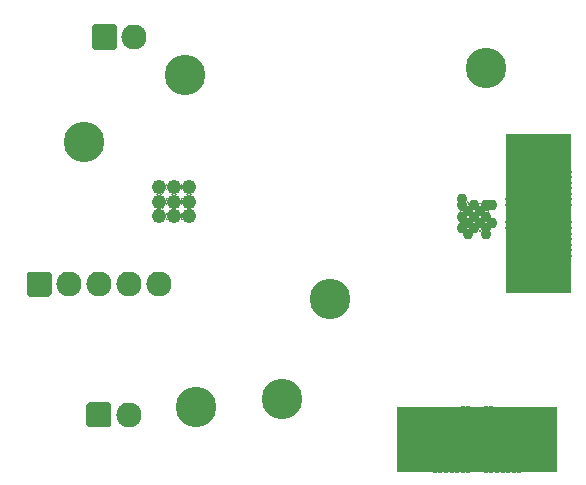
<source format=gbr>
%TF.GenerationSoftware,KiCad,Pcbnew,(5.1.8)-1*%
%TF.CreationDate,2021-01-16T00:41:07+01:00*%
%TF.ProjectId,Microwave_LO_Generator,4d696372-6f77-4617-9665-5f4c4f5f4765,rev?*%
%TF.SameCoordinates,Original*%
%TF.FileFunction,Soldermask,Bot*%
%TF.FilePolarity,Negative*%
%FSLAX46Y46*%
G04 Gerber Fmt 4.6, Leading zero omitted, Abs format (unit mm)*
G04 Created by KiCad (PCBNEW (5.1.8)-1) date 2021-01-16 00:41:07*
%MOMM*%
%LPD*%
G01*
G04 APERTURE LIST*
%ADD10C,0.100000*%
%ADD11C,1.030000*%
%ADD12C,2.630000*%
%ADD13O,2.130000X2.130000*%
%ADD14C,3.430000*%
%ADD15C,1.230000*%
%ADD16C,0.930000*%
G04 APERTURE END LIST*
D10*
%TO.C,J5*%
G36*
X141900000Y-93210002D02*
G01*
X141900000Y-106710002D01*
X136400000Y-106710002D01*
X136400000Y-93210002D01*
X141900000Y-93210002D01*
G37*
%TO.C,J4*%
G36*
X140734999Y-121805001D02*
G01*
X127234999Y-121805001D01*
X127234999Y-116305001D01*
X140734999Y-116305001D01*
X140734999Y-121805001D01*
G37*
%TO.C,J5*%
G36*
X141900000Y-93210002D02*
G01*
X141900000Y-106710002D01*
X136400000Y-106710002D01*
X136400000Y-93210002D01*
X141900000Y-93210002D01*
G37*
%TO.C,J4*%
G36*
X140734999Y-121805001D02*
G01*
X127234999Y-121805001D01*
X127234999Y-116305001D01*
X140734999Y-116305001D01*
X140734999Y-121805001D01*
G37*
%TD*%
D11*
%TO.C,J5*%
X136840000Y-98745002D03*
X136840000Y-99215002D03*
X137310000Y-98745002D03*
X137310000Y-99215002D03*
X137780000Y-98745002D03*
X137780000Y-99215002D03*
X138250000Y-98745002D03*
X138250000Y-99215002D03*
X138720000Y-98745002D03*
X138720000Y-99215002D03*
X139190000Y-98745002D03*
X139190000Y-99215002D03*
X139660000Y-98275002D03*
X139660000Y-98745002D03*
X139660000Y-99215002D03*
X140130000Y-97805002D03*
X140130000Y-98275002D03*
X140130000Y-98745002D03*
X140130000Y-99215002D03*
X140600000Y-97335002D03*
X140600000Y-97805002D03*
X140600000Y-98275002D03*
X140600000Y-98745002D03*
X140600000Y-99215002D03*
X141070000Y-96865002D03*
X141070000Y-97335002D03*
X141070000Y-97805002D03*
X141070000Y-98275002D03*
X141070000Y-98745002D03*
X141070000Y-99215002D03*
X141540000Y-99215002D03*
X141540000Y-98745002D03*
X141540000Y-98275002D03*
X141540000Y-97805002D03*
X141540000Y-97335002D03*
X141540000Y-96865002D03*
X136840000Y-100710002D03*
X136840000Y-101180002D03*
X137310000Y-100710002D03*
X137310000Y-101180002D03*
X137780000Y-100710002D03*
X137780000Y-101180002D03*
X138250000Y-100710002D03*
X138250000Y-101180002D03*
X138720000Y-100710002D03*
X138720000Y-101180002D03*
X139190000Y-100710002D03*
X139190000Y-101180002D03*
X139660000Y-100710002D03*
X139660000Y-101180002D03*
X139660000Y-101650002D03*
X140130000Y-100710002D03*
X140130000Y-101180002D03*
X140130000Y-101650002D03*
X140130000Y-102120002D03*
X140600000Y-100710002D03*
X140600000Y-101180002D03*
X140600000Y-101650002D03*
X140600000Y-102120002D03*
X140600000Y-102590002D03*
X141070000Y-100710002D03*
X141070000Y-101180002D03*
X141070000Y-101650002D03*
X141070000Y-102120002D03*
X141070000Y-102590002D03*
X141070000Y-103060002D03*
X141540000Y-100710002D03*
X141540000Y-101180002D03*
X141540000Y-101650002D03*
X141540000Y-102120002D03*
X141540000Y-102590002D03*
X141540000Y-103060002D03*
X141540000Y-103530002D03*
X141540000Y-96395002D03*
D12*
X139360000Y-95205002D03*
X139360000Y-104720002D03*
%TD*%
D11*
%TO.C,J4*%
X135199999Y-116745001D03*
X134729999Y-116745001D03*
X135199999Y-117215001D03*
X134729999Y-117215001D03*
X135199999Y-117685001D03*
X134729999Y-117685001D03*
X135199999Y-118155001D03*
X134729999Y-118155001D03*
X135199999Y-118625001D03*
X134729999Y-118625001D03*
X135199999Y-119095001D03*
X134729999Y-119095001D03*
X135669999Y-119565001D03*
X135199999Y-119565001D03*
X134729999Y-119565001D03*
X136139999Y-120035001D03*
X135669999Y-120035001D03*
X135199999Y-120035001D03*
X134729999Y-120035001D03*
X136609999Y-120505001D03*
X136139999Y-120505001D03*
X135669999Y-120505001D03*
X135199999Y-120505001D03*
X134729999Y-120505001D03*
X137079999Y-120975001D03*
X136609999Y-120975001D03*
X136139999Y-120975001D03*
X135669999Y-120975001D03*
X135199999Y-120975001D03*
X134729999Y-120975001D03*
X134729999Y-121445001D03*
X135199999Y-121445001D03*
X135669999Y-121445001D03*
X136139999Y-121445001D03*
X136609999Y-121445001D03*
X137079999Y-121445001D03*
X133234999Y-116745001D03*
X132764999Y-116745001D03*
X133234999Y-117215001D03*
X132764999Y-117215001D03*
X133234999Y-117685001D03*
X132764999Y-117685001D03*
X133234999Y-118155001D03*
X132764999Y-118155001D03*
X133234999Y-118625001D03*
X132764999Y-118625001D03*
X133234999Y-119095001D03*
X132764999Y-119095001D03*
X133234999Y-119565001D03*
X132764999Y-119565001D03*
X132294999Y-119565001D03*
X133234999Y-120035001D03*
X132764999Y-120035001D03*
X132294999Y-120035001D03*
X131824999Y-120035001D03*
X133234999Y-120505001D03*
X132764999Y-120505001D03*
X132294999Y-120505001D03*
X131824999Y-120505001D03*
X131354999Y-120505001D03*
X133234999Y-120975001D03*
X132764999Y-120975001D03*
X132294999Y-120975001D03*
X131824999Y-120975001D03*
X131354999Y-120975001D03*
X130884999Y-120975001D03*
X133234999Y-121445001D03*
X132764999Y-121445001D03*
X132294999Y-121445001D03*
X131824999Y-121445001D03*
X131354999Y-121445001D03*
X130884999Y-121445001D03*
X130414999Y-121445001D03*
X137549999Y-121445001D03*
D12*
X138739999Y-119265001D03*
X129224999Y-119265001D03*
%TD*%
D13*
%TO.C,J3*%
X104978200Y-85005600D03*
G36*
G01*
X103288200Y-86070600D02*
X101588200Y-86070600D01*
G75*
G02*
X101373200Y-85855600I0J215000D01*
G01*
X101373200Y-84155600D01*
G75*
G02*
X101588200Y-83940600I215000J0D01*
G01*
X103288200Y-83940600D01*
G75*
G02*
X103503200Y-84155600I0J-215000D01*
G01*
X103503200Y-85855600D01*
G75*
G02*
X103288200Y-86070600I-215000J0D01*
G01*
G37*
%TD*%
%TO.C,J2*%
X104500000Y-116995000D03*
G36*
G01*
X102810000Y-118060000D02*
X101110000Y-118060000D01*
G75*
G02*
X100895000Y-117845000I0J215000D01*
G01*
X100895000Y-116145000D01*
G75*
G02*
X101110000Y-115930000I215000J0D01*
G01*
X102810000Y-115930000D01*
G75*
G02*
X103025000Y-116145000I0J-215000D01*
G01*
X103025000Y-117845000D01*
G75*
G02*
X102810000Y-118060000I-215000J0D01*
G01*
G37*
%TD*%
%TO.C,J1*%
X107065000Y-105930000D03*
X104525000Y-105930000D03*
X101985000Y-105930000D03*
X99445000Y-105930000D03*
G36*
G01*
X97755000Y-106995000D02*
X96055000Y-106995000D01*
G75*
G02*
X95840000Y-106780000I0J215000D01*
G01*
X95840000Y-105080000D01*
G75*
G02*
X96055000Y-104865000I215000J0D01*
G01*
X97755000Y-104865000D01*
G75*
G02*
X97970000Y-105080000I0J-215000D01*
G01*
X97970000Y-106780000D01*
G75*
G02*
X97755000Y-106995000I-215000J0D01*
G01*
G37*
%TD*%
D14*
%TO.C,TP1*%
X100736400Y-93935200D03*
%TD*%
%TO.C,TP3*%
X110180120Y-116363400D03*
%TD*%
%TO.C,TP4*%
X134710000Y-87665000D03*
%TD*%
%TO.C,TP5*%
X121574560Y-107199080D03*
%TD*%
%TO.C,TP6*%
X109235000Y-88215000D03*
%TD*%
D15*
%TO.C,U1*%
X108335000Y-98945000D03*
X108335000Y-100195000D03*
X109585000Y-98945000D03*
X108335000Y-97695000D03*
X107085000Y-98945000D03*
X107085000Y-100195000D03*
X107085000Y-97695000D03*
X109585000Y-97695000D03*
X109585000Y-100195000D03*
%TD*%
D16*
%TO.C,U6*%
X132735000Y-98715000D03*
X132735000Y-99215000D03*
X133735000Y-99215000D03*
X135235000Y-99215000D03*
X134735000Y-99215000D03*
X133235000Y-99715000D03*
X134235000Y-99715000D03*
X134735000Y-100215000D03*
X133735000Y-100215000D03*
X132735000Y-100215000D03*
X133235000Y-100715000D03*
X134235000Y-100715000D03*
X135235000Y-100715000D03*
X134735000Y-101215000D03*
X133735000Y-101215000D03*
X132735000Y-101215000D03*
X133235000Y-101715000D03*
X134735000Y-101715000D03*
%TD*%
D14*
%TO.C,TP2*%
X117510000Y-115630001D03*
%TD*%
D10*
G36*
X134273971Y-101176761D02*
G01*
X134274239Y-101177761D01*
X134274239Y-101260379D01*
X134291947Y-101349400D01*
X134326680Y-101433252D01*
X134347150Y-101463889D01*
X134347150Y-101466111D01*
X134326680Y-101496748D01*
X134291947Y-101580600D01*
X134290817Y-101586280D01*
X134289498Y-101587784D01*
X134287536Y-101587394D01*
X134286865Y-101585694D01*
X134288394Y-101570176D01*
X134286368Y-101549599D01*
X134280363Y-101529806D01*
X134270615Y-101511568D01*
X134257497Y-101495583D01*
X134241512Y-101482464D01*
X134223274Y-101472716D01*
X134203482Y-101466712D01*
X134182905Y-101464685D01*
X134162328Y-101466711D01*
X134142535Y-101472716D01*
X134124297Y-101482464D01*
X134108312Y-101495582D01*
X134098413Y-101507644D01*
X134096541Y-101508348D01*
X134094995Y-101507079D01*
X134095204Y-101505264D01*
X134143320Y-101433252D01*
X134178053Y-101349400D01*
X134195761Y-101260379D01*
X134195761Y-101177761D01*
X134196761Y-101176029D01*
X134197761Y-101175761D01*
X134272239Y-101175761D01*
X134273971Y-101176761D01*
G37*
G36*
X132518739Y-100624145D02*
G01*
X132600600Y-100658053D01*
X132689621Y-100675761D01*
X132772239Y-100675761D01*
X132773971Y-100676761D01*
X132774239Y-100677761D01*
X132774239Y-100752239D01*
X132773239Y-100753971D01*
X132772239Y-100754239D01*
X132689621Y-100754239D01*
X132600600Y-100771947D01*
X132518739Y-100805855D01*
X132516756Y-100805594D01*
X132515991Y-100803746D01*
X132516705Y-100802461D01*
X132532386Y-100789593D01*
X132545505Y-100773608D01*
X132555253Y-100755370D01*
X132561257Y-100735578D01*
X132563284Y-100715001D01*
X132561258Y-100694424D01*
X132555253Y-100674631D01*
X132545505Y-100656393D01*
X132532387Y-100640408D01*
X132516705Y-100627539D01*
X132516001Y-100625667D01*
X132517269Y-100624121D01*
X132518739Y-100624145D01*
G37*
G36*
X107625515Y-99898714D02*
G01*
X107635408Y-99910769D01*
X107651393Y-99923888D01*
X107669631Y-99933636D01*
X107689423Y-99939640D01*
X107710000Y-99941667D01*
X107730577Y-99939640D01*
X107750369Y-99933636D01*
X107768607Y-99923888D01*
X107784592Y-99910769D01*
X107794485Y-99898714D01*
X107796357Y-99898010D01*
X107797903Y-99899278D01*
X107797694Y-99901094D01*
X107794391Y-99906038D01*
X107748406Y-100017057D01*
X107724961Y-100134918D01*
X107724961Y-100255082D01*
X107748406Y-100372943D01*
X107794391Y-100483962D01*
X107797694Y-100488906D01*
X107797825Y-100490902D01*
X107796162Y-100492013D01*
X107794485Y-100491286D01*
X107784592Y-100479231D01*
X107768607Y-100466112D01*
X107750369Y-100456364D01*
X107730577Y-100450360D01*
X107710000Y-100448333D01*
X107689423Y-100450360D01*
X107669631Y-100456364D01*
X107651393Y-100466112D01*
X107635408Y-100479231D01*
X107625515Y-100491286D01*
X107623643Y-100491990D01*
X107622097Y-100490722D01*
X107622306Y-100488906D01*
X107625609Y-100483962D01*
X107671594Y-100372943D01*
X107695039Y-100255082D01*
X107695039Y-100134918D01*
X107671594Y-100017057D01*
X107625609Y-99906038D01*
X107622306Y-99901094D01*
X107622175Y-99899098D01*
X107623838Y-99897987D01*
X107625515Y-99898714D01*
G37*
G36*
X108875515Y-99898714D02*
G01*
X108885408Y-99910769D01*
X108901393Y-99923888D01*
X108919631Y-99933636D01*
X108939423Y-99939640D01*
X108960000Y-99941667D01*
X108980577Y-99939640D01*
X109000369Y-99933636D01*
X109018607Y-99923888D01*
X109034592Y-99910769D01*
X109044485Y-99898714D01*
X109046357Y-99898010D01*
X109047903Y-99899278D01*
X109047694Y-99901094D01*
X109044391Y-99906038D01*
X108998406Y-100017057D01*
X108974961Y-100134918D01*
X108974961Y-100255082D01*
X108998406Y-100372943D01*
X109044391Y-100483962D01*
X109047694Y-100488906D01*
X109047825Y-100490902D01*
X109046162Y-100492013D01*
X109044485Y-100491286D01*
X109034592Y-100479231D01*
X109018607Y-100466112D01*
X109000369Y-100456364D01*
X108980577Y-100450360D01*
X108960000Y-100448333D01*
X108939423Y-100450360D01*
X108919631Y-100456364D01*
X108901393Y-100466112D01*
X108885408Y-100479231D01*
X108875515Y-100491286D01*
X108873643Y-100491990D01*
X108872097Y-100490722D01*
X108872306Y-100488906D01*
X108875609Y-100483962D01*
X108921594Y-100372943D01*
X108945039Y-100255082D01*
X108945039Y-100134918D01*
X108921594Y-100017057D01*
X108875609Y-99906038D01*
X108872306Y-99901094D01*
X108872175Y-99899098D01*
X108873838Y-99897987D01*
X108875515Y-99898714D01*
G37*
G36*
X135016748Y-99623320D02*
G01*
X135100600Y-99658053D01*
X135106280Y-99659183D01*
X135107784Y-99660502D01*
X135107394Y-99662464D01*
X135105694Y-99663135D01*
X135090176Y-99661606D01*
X135069599Y-99663632D01*
X135049806Y-99669637D01*
X135031568Y-99679385D01*
X135015583Y-99692503D01*
X135002464Y-99708488D01*
X134992716Y-99726726D01*
X134986712Y-99746518D01*
X134984685Y-99767095D01*
X134986711Y-99787672D01*
X134992716Y-99807465D01*
X135002464Y-99825703D01*
X135015582Y-99841688D01*
X135027644Y-99851587D01*
X135028348Y-99853459D01*
X135027079Y-99855005D01*
X135025264Y-99854796D01*
X134953252Y-99806680D01*
X134869400Y-99771947D01*
X134780379Y-99754239D01*
X134697761Y-99754239D01*
X134696029Y-99753239D01*
X134695761Y-99752239D01*
X134695761Y-99677761D01*
X134696761Y-99676029D01*
X134697761Y-99675761D01*
X134780379Y-99675761D01*
X134869400Y-99658053D01*
X134953252Y-99623320D01*
X134983889Y-99602850D01*
X134986111Y-99602850D01*
X135016748Y-99623320D01*
G37*
G36*
X132518739Y-99624145D02*
G01*
X132600600Y-99658053D01*
X132689621Y-99675761D01*
X132772239Y-99675761D01*
X132773971Y-99676761D01*
X132774239Y-99677761D01*
X132774239Y-99752239D01*
X132773239Y-99753971D01*
X132772239Y-99754239D01*
X132689621Y-99754239D01*
X132600600Y-99771947D01*
X132518739Y-99805855D01*
X132516756Y-99805594D01*
X132515991Y-99803746D01*
X132516705Y-99802461D01*
X132532386Y-99789593D01*
X132545505Y-99773608D01*
X132555253Y-99755370D01*
X132561257Y-99735578D01*
X132563284Y-99715001D01*
X132561258Y-99694424D01*
X132555253Y-99674631D01*
X132545505Y-99656393D01*
X132532387Y-99640408D01*
X132516705Y-99627539D01*
X132516001Y-99625667D01*
X132517269Y-99624121D01*
X132518739Y-99624145D01*
G37*
G36*
X108041094Y-99482306D02*
G01*
X108046038Y-99485609D01*
X108157057Y-99531594D01*
X108274918Y-99555039D01*
X108395082Y-99555039D01*
X108512943Y-99531594D01*
X108623962Y-99485609D01*
X108628906Y-99482306D01*
X108630902Y-99482175D01*
X108632013Y-99483838D01*
X108631286Y-99485515D01*
X108619231Y-99495408D01*
X108606112Y-99511393D01*
X108596364Y-99529631D01*
X108590360Y-99549423D01*
X108588333Y-99570000D01*
X108590360Y-99590577D01*
X108596364Y-99610369D01*
X108606112Y-99628607D01*
X108619231Y-99644592D01*
X108631286Y-99654485D01*
X108631990Y-99656357D01*
X108630722Y-99657903D01*
X108628906Y-99657694D01*
X108623962Y-99654391D01*
X108512943Y-99608406D01*
X108395082Y-99584961D01*
X108274918Y-99584961D01*
X108157057Y-99608406D01*
X108046038Y-99654391D01*
X108041094Y-99657694D01*
X108039098Y-99657825D01*
X108037987Y-99656162D01*
X108038714Y-99654485D01*
X108050769Y-99644592D01*
X108063888Y-99628607D01*
X108073636Y-99610369D01*
X108079640Y-99590577D01*
X108081667Y-99570000D01*
X108079640Y-99549423D01*
X108073636Y-99529631D01*
X108063888Y-99511393D01*
X108050769Y-99495408D01*
X108038714Y-99485515D01*
X108038010Y-99483643D01*
X108039278Y-99482097D01*
X108041094Y-99482306D01*
G37*
G36*
X106791094Y-99482306D02*
G01*
X106796038Y-99485609D01*
X106907057Y-99531594D01*
X107024918Y-99555039D01*
X107145082Y-99555039D01*
X107262943Y-99531594D01*
X107373962Y-99485609D01*
X107378906Y-99482306D01*
X107380902Y-99482175D01*
X107382013Y-99483838D01*
X107381286Y-99485515D01*
X107369231Y-99495408D01*
X107356112Y-99511393D01*
X107346364Y-99529631D01*
X107340360Y-99549423D01*
X107338333Y-99570000D01*
X107340360Y-99590577D01*
X107346364Y-99610369D01*
X107356112Y-99628607D01*
X107369231Y-99644592D01*
X107381286Y-99654485D01*
X107381990Y-99656357D01*
X107380722Y-99657903D01*
X107378906Y-99657694D01*
X107373962Y-99654391D01*
X107262943Y-99608406D01*
X107145082Y-99584961D01*
X107024918Y-99584961D01*
X106907057Y-99608406D01*
X106796038Y-99654391D01*
X106791094Y-99657694D01*
X106789098Y-99657825D01*
X106787987Y-99656162D01*
X106788714Y-99654485D01*
X106800769Y-99644592D01*
X106813888Y-99628607D01*
X106823636Y-99610369D01*
X106829640Y-99590577D01*
X106831667Y-99570000D01*
X106829640Y-99549423D01*
X106823636Y-99529631D01*
X106813888Y-99511393D01*
X106800769Y-99495408D01*
X106788714Y-99485515D01*
X106788010Y-99483643D01*
X106789278Y-99482097D01*
X106791094Y-99482306D01*
G37*
G36*
X109291094Y-99482306D02*
G01*
X109296038Y-99485609D01*
X109407057Y-99531594D01*
X109524918Y-99555039D01*
X109645082Y-99555039D01*
X109762943Y-99531594D01*
X109873962Y-99485609D01*
X109878906Y-99482306D01*
X109880902Y-99482175D01*
X109882013Y-99483838D01*
X109881286Y-99485515D01*
X109869231Y-99495408D01*
X109856112Y-99511393D01*
X109846364Y-99529631D01*
X109840360Y-99549423D01*
X109838333Y-99570000D01*
X109840360Y-99590577D01*
X109846364Y-99610369D01*
X109856112Y-99628607D01*
X109869231Y-99644592D01*
X109881286Y-99654485D01*
X109881990Y-99656357D01*
X109880722Y-99657903D01*
X109878906Y-99657694D01*
X109873962Y-99654391D01*
X109762943Y-99608406D01*
X109645082Y-99584961D01*
X109524918Y-99584961D01*
X109407057Y-99608406D01*
X109296038Y-99654391D01*
X109291094Y-99657694D01*
X109289098Y-99657825D01*
X109287987Y-99656162D01*
X109288714Y-99654485D01*
X109300769Y-99644592D01*
X109313888Y-99628607D01*
X109323636Y-99610369D01*
X109329640Y-99590577D01*
X109331667Y-99570000D01*
X109329640Y-99549423D01*
X109323636Y-99529631D01*
X109313888Y-99511393D01*
X109300769Y-99495408D01*
X109288714Y-99485515D01*
X109288010Y-99483643D01*
X109289278Y-99482097D01*
X109291094Y-99482306D01*
G37*
G36*
X134147539Y-98996705D02*
G01*
X134160407Y-99012386D01*
X134176392Y-99025505D01*
X134194630Y-99035253D01*
X134214422Y-99041257D01*
X134234999Y-99043284D01*
X134255576Y-99041258D01*
X134275369Y-99035253D01*
X134293607Y-99025505D01*
X134309592Y-99012387D01*
X134322461Y-98996705D01*
X134324333Y-98996001D01*
X134325879Y-98997269D01*
X134325855Y-98998739D01*
X134291947Y-99080600D01*
X134274239Y-99169621D01*
X134274239Y-99252239D01*
X134273239Y-99253971D01*
X134272239Y-99254239D01*
X134197761Y-99254239D01*
X134196029Y-99253239D01*
X134195761Y-99252239D01*
X134195761Y-99169621D01*
X134178053Y-99080600D01*
X134144145Y-98998739D01*
X134144406Y-98996756D01*
X134146254Y-98995991D01*
X134147539Y-98996705D01*
G37*
G36*
X133182464Y-98842606D02*
G01*
X133183135Y-98844306D01*
X133181606Y-98859824D01*
X133183632Y-98880401D01*
X133189637Y-98900194D01*
X133199385Y-98918432D01*
X133212503Y-98934417D01*
X133228488Y-98947536D01*
X133246726Y-98957284D01*
X133266518Y-98963288D01*
X133287095Y-98965315D01*
X133307672Y-98963289D01*
X133327465Y-98957284D01*
X133345703Y-98947536D01*
X133361688Y-98934418D01*
X133371587Y-98922356D01*
X133373459Y-98921652D01*
X133375005Y-98922921D01*
X133374796Y-98924736D01*
X133326680Y-98996748D01*
X133291947Y-99080600D01*
X133274239Y-99169621D01*
X133274239Y-99252239D01*
X133273239Y-99253971D01*
X133272239Y-99254239D01*
X133197761Y-99254239D01*
X133196029Y-99253239D01*
X133195761Y-99252239D01*
X133195761Y-99169621D01*
X133178053Y-99080600D01*
X133143320Y-98996748D01*
X133122850Y-98966111D01*
X133122850Y-98963889D01*
X133143320Y-98933252D01*
X133178053Y-98849400D01*
X133179183Y-98843720D01*
X133180502Y-98842216D01*
X133182464Y-98842606D01*
G37*
G36*
X108875515Y-98648714D02*
G01*
X108885408Y-98660769D01*
X108901393Y-98673888D01*
X108919631Y-98683636D01*
X108939423Y-98689640D01*
X108960000Y-98691667D01*
X108980577Y-98689640D01*
X109000369Y-98683636D01*
X109018607Y-98673888D01*
X109034592Y-98660769D01*
X109044485Y-98648714D01*
X109046357Y-98648010D01*
X109047903Y-98649278D01*
X109047694Y-98651094D01*
X109044391Y-98656038D01*
X108998406Y-98767057D01*
X108974961Y-98884918D01*
X108974961Y-99005082D01*
X108998406Y-99122943D01*
X109044391Y-99233962D01*
X109047694Y-99238906D01*
X109047825Y-99240902D01*
X109046162Y-99242013D01*
X109044485Y-99241286D01*
X109034592Y-99229231D01*
X109018607Y-99216112D01*
X109000369Y-99206364D01*
X108980577Y-99200360D01*
X108960000Y-99198333D01*
X108939423Y-99200360D01*
X108919631Y-99206364D01*
X108901393Y-99216112D01*
X108885408Y-99229231D01*
X108875515Y-99241286D01*
X108873643Y-99241990D01*
X108872097Y-99240722D01*
X108872306Y-99238906D01*
X108875609Y-99233962D01*
X108921594Y-99122943D01*
X108945039Y-99005082D01*
X108945039Y-98884918D01*
X108921594Y-98767057D01*
X108875609Y-98656038D01*
X108872306Y-98651094D01*
X108872175Y-98649098D01*
X108873838Y-98647987D01*
X108875515Y-98648714D01*
G37*
G36*
X107625515Y-98648714D02*
G01*
X107635408Y-98660769D01*
X107651393Y-98673888D01*
X107669631Y-98683636D01*
X107689423Y-98689640D01*
X107710000Y-98691667D01*
X107730577Y-98689640D01*
X107750369Y-98683636D01*
X107768607Y-98673888D01*
X107784592Y-98660769D01*
X107794485Y-98648714D01*
X107796357Y-98648010D01*
X107797903Y-98649278D01*
X107797694Y-98651094D01*
X107794391Y-98656038D01*
X107748406Y-98767057D01*
X107724961Y-98884918D01*
X107724961Y-99005082D01*
X107748406Y-99122943D01*
X107794391Y-99233962D01*
X107797694Y-99238906D01*
X107797825Y-99240902D01*
X107796162Y-99242013D01*
X107794485Y-99241286D01*
X107784592Y-99229231D01*
X107768607Y-99216112D01*
X107750369Y-99206364D01*
X107730577Y-99200360D01*
X107710000Y-99198333D01*
X107689423Y-99200360D01*
X107669631Y-99206364D01*
X107651393Y-99216112D01*
X107635408Y-99229231D01*
X107625515Y-99241286D01*
X107623643Y-99241990D01*
X107622097Y-99240722D01*
X107622306Y-99238906D01*
X107625609Y-99233962D01*
X107671594Y-99122943D01*
X107695039Y-99005082D01*
X107695039Y-98884918D01*
X107671594Y-98767057D01*
X107625609Y-98656038D01*
X107622306Y-98651094D01*
X107622175Y-98649098D01*
X107623838Y-98647987D01*
X107625515Y-98648714D01*
G37*
G36*
X108041094Y-98232306D02*
G01*
X108046038Y-98235609D01*
X108157057Y-98281594D01*
X108274918Y-98305039D01*
X108395082Y-98305039D01*
X108512943Y-98281594D01*
X108623962Y-98235609D01*
X108628906Y-98232306D01*
X108630902Y-98232175D01*
X108632013Y-98233838D01*
X108631286Y-98235515D01*
X108619231Y-98245408D01*
X108606112Y-98261393D01*
X108596364Y-98279631D01*
X108590360Y-98299423D01*
X108588333Y-98320000D01*
X108590360Y-98340577D01*
X108596364Y-98360369D01*
X108606112Y-98378607D01*
X108619231Y-98394592D01*
X108631286Y-98404485D01*
X108631990Y-98406357D01*
X108630722Y-98407903D01*
X108628906Y-98407694D01*
X108623962Y-98404391D01*
X108512943Y-98358406D01*
X108395082Y-98334961D01*
X108274918Y-98334961D01*
X108157057Y-98358406D01*
X108046038Y-98404391D01*
X108041094Y-98407694D01*
X108039098Y-98407825D01*
X108037987Y-98406162D01*
X108038714Y-98404485D01*
X108050769Y-98394592D01*
X108063888Y-98378607D01*
X108073636Y-98360369D01*
X108079640Y-98340577D01*
X108081667Y-98320000D01*
X108079640Y-98299423D01*
X108073636Y-98279631D01*
X108063888Y-98261393D01*
X108050769Y-98245408D01*
X108038714Y-98235515D01*
X108038010Y-98233643D01*
X108039278Y-98232097D01*
X108041094Y-98232306D01*
G37*
G36*
X106791094Y-98232306D02*
G01*
X106796038Y-98235609D01*
X106907057Y-98281594D01*
X107024918Y-98305039D01*
X107145082Y-98305039D01*
X107262943Y-98281594D01*
X107373962Y-98235609D01*
X107378906Y-98232306D01*
X107380902Y-98232175D01*
X107382013Y-98233838D01*
X107381286Y-98235515D01*
X107369231Y-98245408D01*
X107356112Y-98261393D01*
X107346364Y-98279631D01*
X107340360Y-98299423D01*
X107338333Y-98320000D01*
X107340360Y-98340577D01*
X107346364Y-98360369D01*
X107356112Y-98378607D01*
X107369231Y-98394592D01*
X107381286Y-98404485D01*
X107381990Y-98406357D01*
X107380722Y-98407903D01*
X107378906Y-98407694D01*
X107373962Y-98404391D01*
X107262943Y-98358406D01*
X107145082Y-98334961D01*
X107024918Y-98334961D01*
X106907057Y-98358406D01*
X106796038Y-98404391D01*
X106791094Y-98407694D01*
X106789098Y-98407825D01*
X106787987Y-98406162D01*
X106788714Y-98404485D01*
X106800769Y-98394592D01*
X106813888Y-98378607D01*
X106823636Y-98360369D01*
X106829640Y-98340577D01*
X106831667Y-98320000D01*
X106829640Y-98299423D01*
X106823636Y-98279631D01*
X106813888Y-98261393D01*
X106800769Y-98245408D01*
X106788714Y-98235515D01*
X106788010Y-98233643D01*
X106789278Y-98232097D01*
X106791094Y-98232306D01*
G37*
G36*
X109291094Y-98232306D02*
G01*
X109296038Y-98235609D01*
X109407057Y-98281594D01*
X109524918Y-98305039D01*
X109645082Y-98305039D01*
X109762943Y-98281594D01*
X109873962Y-98235609D01*
X109878906Y-98232306D01*
X109880902Y-98232175D01*
X109882013Y-98233838D01*
X109881286Y-98235515D01*
X109869231Y-98245408D01*
X109856112Y-98261393D01*
X109846364Y-98279631D01*
X109840360Y-98299423D01*
X109838333Y-98320000D01*
X109840360Y-98340577D01*
X109846364Y-98360369D01*
X109856112Y-98378607D01*
X109869231Y-98394592D01*
X109881286Y-98404485D01*
X109881990Y-98406357D01*
X109880722Y-98407903D01*
X109878906Y-98407694D01*
X109873962Y-98404391D01*
X109762943Y-98358406D01*
X109645082Y-98334961D01*
X109524918Y-98334961D01*
X109407057Y-98358406D01*
X109296038Y-98404391D01*
X109291094Y-98407694D01*
X109289098Y-98407825D01*
X109287987Y-98406162D01*
X109288714Y-98404485D01*
X109300769Y-98394592D01*
X109313888Y-98378607D01*
X109323636Y-98360369D01*
X109329640Y-98340577D01*
X109331667Y-98320000D01*
X109329640Y-98299423D01*
X109323636Y-98279631D01*
X109313888Y-98261393D01*
X109300769Y-98245408D01*
X109288714Y-98235515D01*
X109288010Y-98233643D01*
X109289278Y-98232097D01*
X109291094Y-98232306D01*
G37*
G36*
X107625515Y-97398714D02*
G01*
X107635408Y-97410769D01*
X107651393Y-97423888D01*
X107669631Y-97433636D01*
X107689423Y-97439640D01*
X107710000Y-97441667D01*
X107730577Y-97439640D01*
X107750369Y-97433636D01*
X107768607Y-97423888D01*
X107784592Y-97410769D01*
X107794485Y-97398714D01*
X107796357Y-97398010D01*
X107797903Y-97399278D01*
X107797694Y-97401094D01*
X107794391Y-97406038D01*
X107748406Y-97517057D01*
X107724961Y-97634918D01*
X107724961Y-97755082D01*
X107748406Y-97872943D01*
X107794391Y-97983962D01*
X107797694Y-97988906D01*
X107797825Y-97990902D01*
X107796162Y-97992013D01*
X107794485Y-97991286D01*
X107784592Y-97979231D01*
X107768607Y-97966112D01*
X107750369Y-97956364D01*
X107730577Y-97950360D01*
X107710000Y-97948333D01*
X107689423Y-97950360D01*
X107669631Y-97956364D01*
X107651393Y-97966112D01*
X107635408Y-97979231D01*
X107625515Y-97991286D01*
X107623643Y-97991990D01*
X107622097Y-97990722D01*
X107622306Y-97988906D01*
X107625609Y-97983962D01*
X107671594Y-97872943D01*
X107695039Y-97755082D01*
X107695039Y-97634918D01*
X107671594Y-97517057D01*
X107625609Y-97406038D01*
X107622306Y-97401094D01*
X107622175Y-97399098D01*
X107623838Y-97397987D01*
X107625515Y-97398714D01*
G37*
G36*
X108875515Y-97398714D02*
G01*
X108885408Y-97410769D01*
X108901393Y-97423888D01*
X108919631Y-97433636D01*
X108939423Y-97439640D01*
X108960000Y-97441667D01*
X108980577Y-97439640D01*
X109000369Y-97433636D01*
X109018607Y-97423888D01*
X109034592Y-97410769D01*
X109044485Y-97398714D01*
X109046357Y-97398010D01*
X109047903Y-97399278D01*
X109047694Y-97401094D01*
X109044391Y-97406038D01*
X108998406Y-97517057D01*
X108974961Y-97634918D01*
X108974961Y-97755082D01*
X108998406Y-97872943D01*
X109044391Y-97983962D01*
X109047694Y-97988906D01*
X109047825Y-97990902D01*
X109046162Y-97992013D01*
X109044485Y-97991286D01*
X109034592Y-97979231D01*
X109018607Y-97966112D01*
X109000369Y-97956364D01*
X108980577Y-97950360D01*
X108960000Y-97948333D01*
X108939423Y-97950360D01*
X108919631Y-97956364D01*
X108901393Y-97966112D01*
X108885408Y-97979231D01*
X108875515Y-97991286D01*
X108873643Y-97991990D01*
X108872097Y-97990722D01*
X108872306Y-97988906D01*
X108875609Y-97983962D01*
X108921594Y-97872943D01*
X108945039Y-97755082D01*
X108945039Y-97634918D01*
X108921594Y-97517057D01*
X108875609Y-97406038D01*
X108872306Y-97401094D01*
X108872175Y-97399098D01*
X108873838Y-97397987D01*
X108875515Y-97398714D01*
G37*
M02*

</source>
